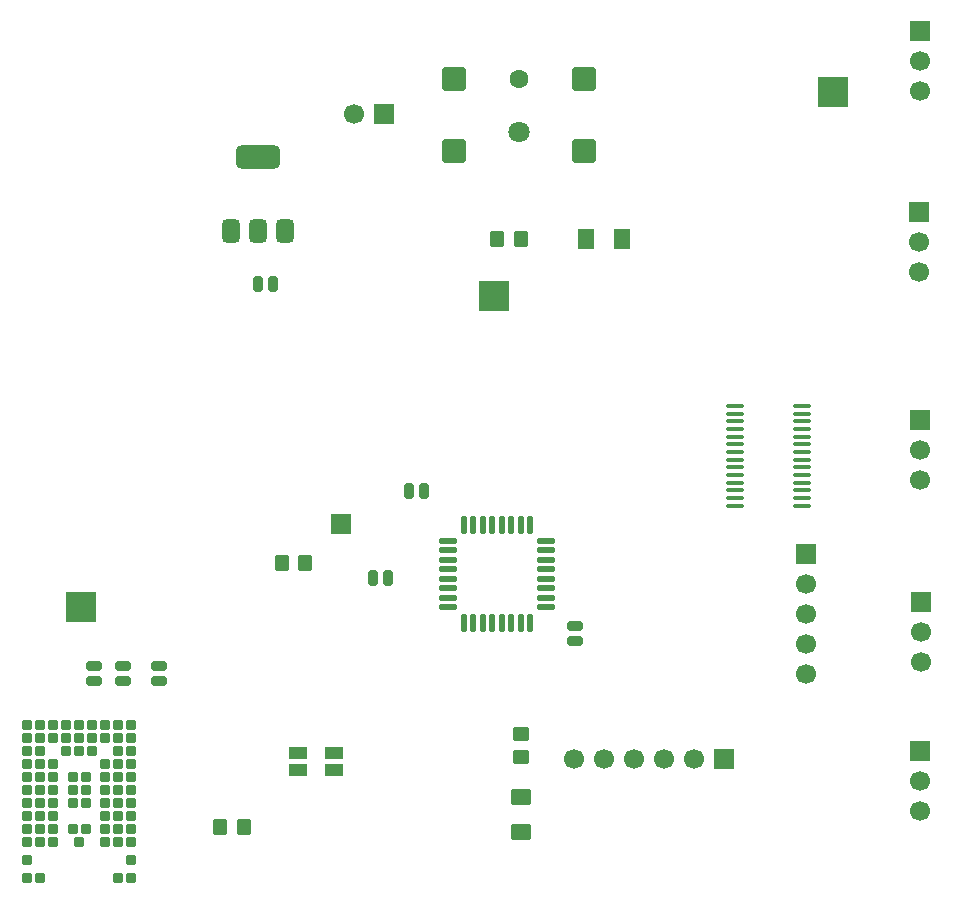
<source format=gbr>
%TF.GenerationSoftware,KiCad,Pcbnew,9.0.4*%
%TF.CreationDate,2025-10-16T20:53:51-05:00*%
%TF.ProjectId,MotorControl,4d6f746f-7243-46f6-9e74-726f6c2e6b69,rev?*%
%TF.SameCoordinates,Original*%
%TF.FileFunction,Soldermask,Top*%
%TF.FilePolarity,Negative*%
%FSLAX46Y46*%
G04 Gerber Fmt 4.6, Leading zero omitted, Abs format (unit mm)*
G04 Created by KiCad (PCBNEW 9.0.4) date 2025-10-16 20:53:51*
%MOMM*%
%LPD*%
G01*
G04 APERTURE LIST*
G04 Aperture macros list*
%AMRoundRect*
0 Rectangle with rounded corners*
0 $1 Rounding radius*
0 $2 $3 $4 $5 $6 $7 $8 $9 X,Y pos of 4 corners*
0 Add a 4 corners polygon primitive as box body*
4,1,4,$2,$3,$4,$5,$6,$7,$8,$9,$2,$3,0*
0 Add four circle primitives for the rounded corners*
1,1,$1+$1,$2,$3*
1,1,$1+$1,$4,$5*
1,1,$1+$1,$6,$7*
1,1,$1+$1,$8,$9*
0 Add four rect primitives between the rounded corners*
20,1,$1+$1,$2,$3,$4,$5,0*
20,1,$1+$1,$4,$5,$6,$7,0*
20,1,$1+$1,$6,$7,$8,$9,0*
20,1,$1+$1,$8,$9,$2,$3,0*%
G04 Aperture macros list end*
%ADD10R,1.700000X1.700000*%
%ADD11C,1.700000*%
%ADD12RoundRect,0.208750X-0.431250X0.208750X-0.431250X-0.208750X0.431250X-0.208750X0.431250X0.208750X0*%
%ADD13RoundRect,0.250001X0.462499X0.624999X-0.462499X0.624999X-0.462499X-0.624999X0.462499X-0.624999X0*%
%ADD14R,1.500000X1.100000*%
%ADD15RoundRect,0.375000X0.375000X-0.625000X0.375000X0.625000X-0.375000X0.625000X-0.375000X-0.625000X0*%
%ADD16RoundRect,0.500000X1.400000X-0.500000X1.400000X0.500000X-1.400000X0.500000X-1.400000X-0.500000X0*%
%ADD17RoundRect,0.208750X0.208750X0.431250X-0.208750X0.431250X-0.208750X-0.431250X0.208750X-0.431250X0*%
%ADD18R,2.500000X2.500000*%
%ADD19C,1.800000*%
%ADD20C,1.600000*%
%ADD21RoundRect,0.250000X0.750000X0.750000X-0.750000X0.750000X-0.750000X-0.750000X0.750000X-0.750000X0*%
%ADD22RoundRect,0.208750X0.431250X-0.208750X0.431250X0.208750X-0.431250X0.208750X-0.431250X-0.208750X0*%
%ADD23RoundRect,0.250001X0.624999X-0.462499X0.624999X0.462499X-0.624999X0.462499X-0.624999X-0.462499X0*%
%ADD24RoundRect,0.100000X0.637500X0.100000X-0.637500X0.100000X-0.637500X-0.100000X0.637500X-0.100000X0*%
%ADD25RoundRect,0.250000X0.450000X-0.350000X0.450000X0.350000X-0.450000X0.350000X-0.450000X-0.350000X0*%
%ADD26RoundRect,0.102000X0.300000X0.300000X-0.300000X0.300000X-0.300000X-0.300000X0.300000X-0.300000X0*%
%ADD27RoundRect,0.250000X-0.350000X-0.450000X0.350000X-0.450000X0.350000X0.450000X-0.350000X0.450000X0*%
%ADD28RoundRect,0.250000X0.350000X0.450000X-0.350000X0.450000X-0.350000X-0.450000X0.350000X-0.450000X0*%
%ADD29RoundRect,0.208750X-0.208750X-0.431250X0.208750X-0.431250X0.208750X0.431250X-0.208750X0.431250X0*%
%ADD30RoundRect,0.125000X-0.625000X-0.125000X0.625000X-0.125000X0.625000X0.125000X-0.625000X0.125000X0*%
%ADD31RoundRect,0.125000X-0.125000X-0.625000X0.125000X-0.625000X0.125000X0.625000X-0.125000X0.625000X0*%
G04 APERTURE END LIST*
D10*
%TO.C,J3*%
X156422400Y-74574400D03*
D11*
X156422400Y-77114400D03*
X156422400Y-79654400D03*
%TD*%
D12*
%TO.C,C7*%
X89000000Y-95372500D03*
X89000000Y-96627500D03*
%TD*%
D13*
%TO.C,D3*%
X131185000Y-59200000D03*
X128210000Y-59200000D03*
%TD*%
D14*
%TO.C,D1*%
X106817500Y-104220000D03*
X103817500Y-104220000D03*
X103817500Y-102720000D03*
X106817500Y-102720000D03*
%TD*%
D15*
%TO.C,U3*%
X98118300Y-58547400D03*
X100418300Y-58547400D03*
D16*
X100418300Y-52247400D03*
D15*
X102718300Y-58547400D03*
%TD*%
D17*
%TO.C,C3*%
X101673300Y-63068200D03*
X100418300Y-63068200D03*
%TD*%
D18*
%TO.C,TP3*%
X85450000Y-90350000D03*
%TD*%
D19*
%TO.C,J8*%
X122475000Y-50150000D03*
D20*
X122475000Y-45650000D03*
D21*
X127975000Y-51800000D03*
X127975000Y-45650000D03*
X116975000Y-45650000D03*
X116975000Y-51800000D03*
%TD*%
D18*
%TO.C,TP1*%
X120420000Y-64020000D03*
%TD*%
D22*
%TO.C,C5*%
X86500000Y-96627500D03*
X86500000Y-95372500D03*
%TD*%
D23*
%TO.C,D2*%
X122682000Y-109437500D03*
X122682000Y-106462500D03*
%TD*%
D24*
%TO.C,U1*%
X146475000Y-81800000D03*
X146475000Y-81150000D03*
X146475000Y-80500000D03*
X146475000Y-79850000D03*
X146475000Y-79200000D03*
X146475000Y-78550000D03*
X146475000Y-77900000D03*
X146475000Y-77250000D03*
X146475000Y-76600000D03*
X146475000Y-75950000D03*
X146475000Y-75300000D03*
X146475000Y-74650000D03*
X146475000Y-74000000D03*
X146475000Y-73350000D03*
X140750000Y-73350000D03*
X140750000Y-74000000D03*
X140750000Y-74650000D03*
X140750000Y-75300000D03*
X140750000Y-75950000D03*
X140750000Y-76600000D03*
X140750000Y-77250000D03*
X140750000Y-77900000D03*
X140750000Y-78550000D03*
X140750000Y-79200000D03*
X140750000Y-79850000D03*
X140750000Y-80500000D03*
X140750000Y-81150000D03*
X140750000Y-81800000D03*
%TD*%
D22*
%TO.C,C6*%
X92000000Y-96627500D03*
X92000000Y-95372500D03*
%TD*%
D25*
%TO.C,R1*%
X122682000Y-103092000D03*
X122682000Y-101092000D03*
%TD*%
D10*
%TO.C,J6*%
X111075000Y-48600000D03*
D11*
X108535000Y-48600000D03*
%TD*%
D10*
%TO.C,J10*%
X107442000Y-83312000D03*
%TD*%
D26*
%TO.C,U2*%
X80883400Y-100400000D03*
X81983400Y-100400000D03*
X83083400Y-100400000D03*
X84183400Y-100400000D03*
X85283400Y-100400000D03*
X86383400Y-100400000D03*
X87483400Y-100400000D03*
X88583400Y-100400000D03*
X89683400Y-100400000D03*
X80883400Y-101500000D03*
X81983400Y-101500000D03*
X83083400Y-101500000D03*
X84183400Y-101500000D03*
X85283400Y-101500000D03*
X86383400Y-101500000D03*
X87483400Y-101500000D03*
X88583400Y-101500000D03*
X89683400Y-101500000D03*
X80883400Y-102600000D03*
X81983400Y-102600000D03*
X84183400Y-102600000D03*
X85283400Y-102600000D03*
X86383400Y-102600000D03*
X88583400Y-102600000D03*
X89683400Y-102600000D03*
X80883400Y-103700000D03*
X81983400Y-103700000D03*
X83083400Y-103700000D03*
X87483400Y-103700000D03*
X88583400Y-103700000D03*
X89683400Y-103700000D03*
X80883400Y-104800000D03*
X81983400Y-104800000D03*
X83083400Y-104800000D03*
X84733400Y-104800000D03*
X85833400Y-104800000D03*
X87483400Y-104800000D03*
X88583400Y-104800000D03*
X89683400Y-104800000D03*
X80883400Y-105900000D03*
X81983400Y-105900000D03*
X83083400Y-105900000D03*
X84733400Y-105900000D03*
X85833400Y-105900000D03*
X87483400Y-105900000D03*
X88583400Y-105900000D03*
X89683400Y-105900000D03*
X80883400Y-107000000D03*
X81983400Y-107000000D03*
X83083400Y-107000000D03*
X84733400Y-107000000D03*
X85833400Y-107000000D03*
X87483400Y-107000000D03*
X88583400Y-107000000D03*
X89683400Y-107000000D03*
X80883400Y-108100000D03*
X81983400Y-108100000D03*
X83083400Y-108100000D03*
X87483400Y-108100000D03*
X88583400Y-108100000D03*
X89683400Y-108100000D03*
X80883400Y-109200000D03*
X81983400Y-109200000D03*
X83083400Y-109200000D03*
X84733400Y-109200000D03*
X85833400Y-109200000D03*
X87483400Y-109200000D03*
X88583400Y-109200000D03*
X89683400Y-109200000D03*
X80883400Y-110300000D03*
X81983400Y-110300000D03*
X83083400Y-110300000D03*
X85283400Y-110300000D03*
X87483400Y-110300000D03*
X88583400Y-110300000D03*
X89683400Y-110300000D03*
X80883400Y-111800000D03*
X89683400Y-111800000D03*
X80883400Y-113300000D03*
X81983400Y-113300000D03*
X88583400Y-113300000D03*
X89683400Y-113300000D03*
%TD*%
D10*
%TO.C,J5*%
X146812000Y-85852000D03*
D11*
X146812000Y-88392000D03*
X146812000Y-90932000D03*
X146812000Y-93472000D03*
X146812000Y-96012000D03*
%TD*%
D27*
%TO.C,R4*%
X120631400Y-59200000D03*
X122631400Y-59200000D03*
%TD*%
D18*
%TO.C,TP2*%
X149098000Y-46736000D03*
%TD*%
D10*
%TO.C,J1*%
X156422400Y-41630600D03*
D11*
X156422400Y-44170600D03*
X156422400Y-46710600D03*
%TD*%
D10*
%TO.C,J7*%
X156422400Y-102590600D03*
D11*
X156422400Y-105130600D03*
X156422400Y-107670600D03*
%TD*%
D10*
%TO.C,J9*%
X139830000Y-103240000D03*
D11*
X137290000Y-103240000D03*
X134750000Y-103240000D03*
X132210000Y-103240000D03*
X129670000Y-103240000D03*
X127130000Y-103240000D03*
%TD*%
D12*
%TO.C,C1*%
X127254000Y-91963000D03*
X127254000Y-93218000D03*
%TD*%
D10*
%TO.C,J2*%
X156397000Y-56896000D03*
D11*
X156397000Y-59436000D03*
X156397000Y-61976000D03*
%TD*%
D28*
%TO.C,R2*%
X99180000Y-108980000D03*
X97180000Y-108980000D03*
%TD*%
D29*
%TO.C,C4*%
X113222800Y-80518000D03*
X114477800Y-80518000D03*
%TD*%
D30*
%TO.C,U4*%
X116455600Y-84788600D03*
X116455600Y-85588600D03*
X116455600Y-86388600D03*
X116455600Y-87188600D03*
X116455600Y-87988600D03*
X116455600Y-88788600D03*
X116455600Y-89588600D03*
X116455600Y-90388600D03*
D31*
X117830600Y-91763600D03*
X118630600Y-91763600D03*
X119430600Y-91763600D03*
X120230600Y-91763600D03*
X121030600Y-91763600D03*
X121830600Y-91763600D03*
X122630600Y-91763600D03*
X123430600Y-91763600D03*
D30*
X124805600Y-90388600D03*
X124805600Y-89588600D03*
X124805600Y-88788600D03*
X124805600Y-87988600D03*
X124805600Y-87188600D03*
X124805600Y-86388600D03*
X124805600Y-85588600D03*
X124805600Y-84788600D03*
D31*
X123430600Y-83413600D03*
X122630600Y-83413600D03*
X121830600Y-83413600D03*
X121030600Y-83413600D03*
X120230600Y-83413600D03*
X119430600Y-83413600D03*
X118630600Y-83413600D03*
X117830600Y-83413600D03*
%TD*%
D10*
%TO.C,J4*%
X156498600Y-89916000D03*
D11*
X156498600Y-92456000D03*
X156498600Y-94996000D03*
%TD*%
D17*
%TO.C,C2*%
X111371500Y-87884000D03*
X110116500Y-87884000D03*
%TD*%
D27*
%TO.C,R3*%
X102394000Y-86614000D03*
X104394000Y-86614000D03*
%TD*%
M02*

</source>
